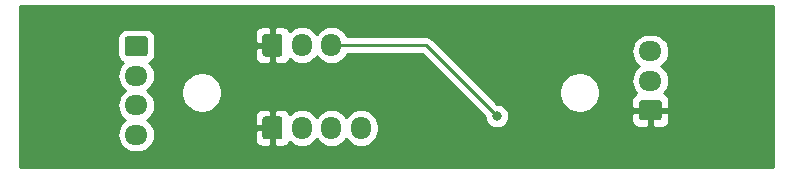
<source format=gbr>
%TF.GenerationSoftware,KiCad,Pcbnew,(5.1.6)-1*%
%TF.CreationDate,2020-08-23T19:38:50+02:00*%
%TF.ProjectId,opto-counter,6f70746f-2d63-46f7-956e-7465722e6b69,rev?*%
%TF.SameCoordinates,Original*%
%TF.FileFunction,Copper,L2,Bot*%
%TF.FilePolarity,Positive*%
%FSLAX46Y46*%
G04 Gerber Fmt 4.6, Leading zero omitted, Abs format (unit mm)*
G04 Created by KiCad (PCBNEW (5.1.6)-1) date 2020-08-23 19:38:50*
%MOMM*%
%LPD*%
G01*
G04 APERTURE LIST*
%TA.AperFunction,ComponentPad*%
%ADD10O,1.950000X1.700000*%
%TD*%
%TA.AperFunction,ComponentPad*%
%ADD11O,1.700000X1.950000*%
%TD*%
%TA.AperFunction,ViaPad*%
%ADD12C,0.800000*%
%TD*%
%TA.AperFunction,Conductor*%
%ADD13C,0.250000*%
%TD*%
%TA.AperFunction,Conductor*%
%ADD14C,0.254000*%
%TD*%
G04 APERTURE END LIST*
%TO.P,J1,1*%
%TO.N,Net-(J1-Pad1)*%
%TA.AperFunction,ComponentPad*%
G36*
G01*
X48750001Y-29225001D02*
X50200001Y-29225001D01*
G75*
G02*
X50450001Y-29475001I0J-250000D01*
G01*
X50450001Y-30675001D01*
G75*
G02*
X50200001Y-30925001I-250000J0D01*
G01*
X48750001Y-30925001D01*
G75*
G02*
X48500001Y-30675001I0J250000D01*
G01*
X48500001Y-29475001D01*
G75*
G02*
X48750001Y-29225001I250000J0D01*
G01*
G37*
%TD.AperFunction*%
D10*
%TO.P,J1,2*%
%TO.N,Net-(J1-Pad2)*%
X49475001Y-32575001D03*
%TO.P,J1,3*%
%TO.N,Net-(J1-Pad1)*%
X49475001Y-35075001D03*
%TO.P,J1,4*%
%TO.N,Net-(J1-Pad4)*%
X49475001Y-37575001D03*
%TD*%
%TO.P,J2,1*%
%TO.N,GND*%
%TA.AperFunction,ComponentPad*%
G36*
G01*
X60150000Y-37725000D02*
X60150000Y-36275000D01*
G75*
G02*
X60400000Y-36025000I250000J0D01*
G01*
X61600000Y-36025000D01*
G75*
G02*
X61850000Y-36275000I0J-250000D01*
G01*
X61850000Y-37725000D01*
G75*
G02*
X61600000Y-37975000I-250000J0D01*
G01*
X60400000Y-37975000D01*
G75*
G02*
X60150000Y-37725000I0J250000D01*
G01*
G37*
%TD.AperFunction*%
D11*
%TO.P,J2,2*%
%TO.N,+3V3*%
X63500000Y-37000000D03*
%TO.P,J2,3*%
%TO.N,SDA*%
X66000000Y-37000000D03*
%TO.P,J2,4*%
%TO.N,SCL*%
X68500000Y-37000000D03*
%TD*%
%TO.P,J3,1*%
%TO.N,GND*%
%TA.AperFunction,ComponentPad*%
G36*
G01*
X60150000Y-30725000D02*
X60150000Y-29275000D01*
G75*
G02*
X60400000Y-29025000I250000J0D01*
G01*
X61600000Y-29025000D01*
G75*
G02*
X61850000Y-29275000I0J-250000D01*
G01*
X61850000Y-30725000D01*
G75*
G02*
X61600000Y-30975000I-250000J0D01*
G01*
X60400000Y-30975000D01*
G75*
G02*
X60150000Y-30725000I0J250000D01*
G01*
G37*
%TD.AperFunction*%
%TO.P,J3,2*%
%TO.N,+3V3*%
X63500000Y-30000000D03*
%TO.P,J3,3*%
%TO.N,UPDI*%
X66000000Y-30000000D03*
%TD*%
%TO.P,J4,1*%
%TO.N,GND*%
%TA.AperFunction,ComponentPad*%
G36*
G01*
X93725000Y-36350000D02*
X92275000Y-36350000D01*
G75*
G02*
X92025000Y-36100000I0J250000D01*
G01*
X92025000Y-34900000D01*
G75*
G02*
X92275000Y-34650000I250000J0D01*
G01*
X93725000Y-34650000D01*
G75*
G02*
X93975000Y-34900000I0J-250000D01*
G01*
X93975000Y-36100000D01*
G75*
G02*
X93725000Y-36350000I-250000J0D01*
G01*
G37*
%TD.AperFunction*%
D10*
%TO.P,J4,2*%
%TO.N,+3V3*%
X93000000Y-33000000D03*
%TO.P,J4,3*%
%TO.N,Net-(J4-Pad3)*%
X93000000Y-30500000D03*
%TD*%
D12*
%TO.N,GND*%
X81500000Y-29000000D03*
%TO.N,UPDI*%
X80000000Y-36000000D03*
%TD*%
D13*
%TO.N,UPDI*%
X74000000Y-30000000D02*
X66000000Y-30000000D01*
X80000000Y-36000000D02*
X74000000Y-30000000D01*
%TD*%
D14*
%TO.N,GND*%
G36*
X103340000Y-40340000D02*
G01*
X39660000Y-40340000D01*
X39660000Y-32575001D01*
X47857816Y-32575001D01*
X47886488Y-32866112D01*
X47971402Y-33146035D01*
X48109295Y-33404015D01*
X48294867Y-33630135D01*
X48520987Y-33815707D01*
X48538375Y-33825001D01*
X48520987Y-33834295D01*
X48294867Y-34019867D01*
X48109295Y-34245987D01*
X47971402Y-34503967D01*
X47886488Y-34783890D01*
X47857816Y-35075001D01*
X47886488Y-35366112D01*
X47971402Y-35646035D01*
X48109295Y-35904015D01*
X48294867Y-36130135D01*
X48520987Y-36315707D01*
X48538375Y-36325001D01*
X48520987Y-36334295D01*
X48294867Y-36519867D01*
X48109295Y-36745987D01*
X47971402Y-37003967D01*
X47886488Y-37283890D01*
X47857816Y-37575001D01*
X47886488Y-37866112D01*
X47971402Y-38146035D01*
X48109295Y-38404015D01*
X48294867Y-38630135D01*
X48520987Y-38815707D01*
X48778967Y-38953600D01*
X49058890Y-39038514D01*
X49277051Y-39060001D01*
X49672951Y-39060001D01*
X49891112Y-39038514D01*
X50171035Y-38953600D01*
X50429015Y-38815707D01*
X50655135Y-38630135D01*
X50840707Y-38404015D01*
X50978600Y-38146035D01*
X51030483Y-37975000D01*
X59511928Y-37975000D01*
X59524188Y-38099482D01*
X59560498Y-38219180D01*
X59619463Y-38329494D01*
X59698815Y-38426185D01*
X59795506Y-38505537D01*
X59905820Y-38564502D01*
X60025518Y-38600812D01*
X60150000Y-38613072D01*
X60714250Y-38610000D01*
X60873000Y-38451250D01*
X60873000Y-37127000D01*
X59673750Y-37127000D01*
X59515000Y-37285750D01*
X59511928Y-37975000D01*
X51030483Y-37975000D01*
X51063514Y-37866112D01*
X51092186Y-37575001D01*
X51063514Y-37283890D01*
X50978600Y-37003967D01*
X50840707Y-36745987D01*
X50655135Y-36519867D01*
X50429015Y-36334295D01*
X50411627Y-36325001D01*
X50429015Y-36315707D01*
X50655135Y-36130135D01*
X50741417Y-36025000D01*
X59511928Y-36025000D01*
X59515000Y-36714250D01*
X59673750Y-36873000D01*
X60873000Y-36873000D01*
X60873000Y-35548750D01*
X61127000Y-35548750D01*
X61127000Y-36873000D01*
X61147000Y-36873000D01*
X61147000Y-37127000D01*
X61127000Y-37127000D01*
X61127000Y-38451250D01*
X61285750Y-38610000D01*
X61850000Y-38613072D01*
X61974482Y-38600812D01*
X62094180Y-38564502D01*
X62204494Y-38505537D01*
X62301185Y-38426185D01*
X62380537Y-38329494D01*
X62439502Y-38219180D01*
X62450055Y-38184392D01*
X62670987Y-38365706D01*
X62928967Y-38503599D01*
X63208890Y-38588513D01*
X63500000Y-38617185D01*
X63791111Y-38588513D01*
X64071034Y-38503599D01*
X64329014Y-38365706D01*
X64555134Y-38180134D01*
X64740706Y-37954014D01*
X64750000Y-37936626D01*
X64759294Y-37954014D01*
X64944866Y-38180134D01*
X65170987Y-38365706D01*
X65428967Y-38503599D01*
X65708890Y-38588513D01*
X66000000Y-38617185D01*
X66291111Y-38588513D01*
X66571034Y-38503599D01*
X66829014Y-38365706D01*
X67055134Y-38180134D01*
X67240706Y-37954014D01*
X67250000Y-37936626D01*
X67259294Y-37954014D01*
X67444866Y-38180134D01*
X67670987Y-38365706D01*
X67928967Y-38503599D01*
X68208890Y-38588513D01*
X68500000Y-38617185D01*
X68791111Y-38588513D01*
X69071034Y-38503599D01*
X69329014Y-38365706D01*
X69555134Y-38180134D01*
X69740706Y-37954014D01*
X69878599Y-37696033D01*
X69963513Y-37416110D01*
X69985000Y-37197949D01*
X69985000Y-36802050D01*
X69963513Y-36583889D01*
X69878599Y-36303966D01*
X69740706Y-36045986D01*
X69555134Y-35819866D01*
X69329013Y-35634294D01*
X69071033Y-35496401D01*
X68791110Y-35411487D01*
X68500000Y-35382815D01*
X68208889Y-35411487D01*
X67928966Y-35496401D01*
X67670986Y-35634294D01*
X67444866Y-35819866D01*
X67259294Y-36045987D01*
X67250000Y-36063374D01*
X67240706Y-36045986D01*
X67055134Y-35819866D01*
X66829013Y-35634294D01*
X66571033Y-35496401D01*
X66291110Y-35411487D01*
X66000000Y-35382815D01*
X65708889Y-35411487D01*
X65428966Y-35496401D01*
X65170986Y-35634294D01*
X64944866Y-35819866D01*
X64759294Y-36045987D01*
X64750000Y-36063374D01*
X64740706Y-36045986D01*
X64555134Y-35819866D01*
X64329013Y-35634294D01*
X64071033Y-35496401D01*
X63791110Y-35411487D01*
X63500000Y-35382815D01*
X63208889Y-35411487D01*
X62928966Y-35496401D01*
X62670986Y-35634294D01*
X62450055Y-35815608D01*
X62439502Y-35780820D01*
X62380537Y-35670506D01*
X62301185Y-35573815D01*
X62204494Y-35494463D01*
X62094180Y-35435498D01*
X61974482Y-35399188D01*
X61850000Y-35386928D01*
X61285750Y-35390000D01*
X61127000Y-35548750D01*
X60873000Y-35548750D01*
X60714250Y-35390000D01*
X60150000Y-35386928D01*
X60025518Y-35399188D01*
X59905820Y-35435498D01*
X59795506Y-35494463D01*
X59698815Y-35573815D01*
X59619463Y-35670506D01*
X59560498Y-35780820D01*
X59524188Y-35900518D01*
X59511928Y-36025000D01*
X50741417Y-36025000D01*
X50840707Y-35904015D01*
X50978600Y-35646035D01*
X51063514Y-35366112D01*
X51092186Y-35075001D01*
X51063514Y-34783890D01*
X50978600Y-34503967D01*
X50840707Y-34245987D01*
X50655135Y-34019867D01*
X50429015Y-33834295D01*
X50419328Y-33829117D01*
X53265000Y-33829117D01*
X53265000Y-34170883D01*
X53331675Y-34506081D01*
X53462463Y-34821831D01*
X53652337Y-35105998D01*
X53894002Y-35347663D01*
X54178169Y-35537537D01*
X54493919Y-35668325D01*
X54829117Y-35735000D01*
X55170883Y-35735000D01*
X55506081Y-35668325D01*
X55821831Y-35537537D01*
X56105998Y-35347663D01*
X56347663Y-35105998D01*
X56537537Y-34821831D01*
X56668325Y-34506081D01*
X56735000Y-34170883D01*
X56735000Y-33829117D01*
X56668325Y-33493919D01*
X56537537Y-33178169D01*
X56347663Y-32894002D01*
X56105998Y-32652337D01*
X55821831Y-32462463D01*
X55506081Y-32331675D01*
X55170883Y-32265000D01*
X54829117Y-32265000D01*
X54493919Y-32331675D01*
X54178169Y-32462463D01*
X53894002Y-32652337D01*
X53652337Y-32894002D01*
X53462463Y-33178169D01*
X53331675Y-33493919D01*
X53265000Y-33829117D01*
X50419328Y-33829117D01*
X50411627Y-33825001D01*
X50429015Y-33815707D01*
X50655135Y-33630135D01*
X50840707Y-33404015D01*
X50978600Y-33146035D01*
X51063514Y-32866112D01*
X51092186Y-32575001D01*
X51063514Y-32283890D01*
X50978600Y-32003967D01*
X50840707Y-31745987D01*
X50655135Y-31519867D01*
X50591664Y-31467778D01*
X50693387Y-31413406D01*
X50827963Y-31302963D01*
X50938406Y-31168387D01*
X51020473Y-31014851D01*
X51032561Y-30975000D01*
X59511928Y-30975000D01*
X59524188Y-31099482D01*
X59560498Y-31219180D01*
X59619463Y-31329494D01*
X59698815Y-31426185D01*
X59795506Y-31505537D01*
X59905820Y-31564502D01*
X60025518Y-31600812D01*
X60150000Y-31613072D01*
X60714250Y-31610000D01*
X60873000Y-31451250D01*
X60873000Y-30127000D01*
X59673750Y-30127000D01*
X59515000Y-30285750D01*
X59511928Y-30975000D01*
X51032561Y-30975000D01*
X51071009Y-30848255D01*
X51088073Y-30675001D01*
X51088073Y-29475001D01*
X51071009Y-29301747D01*
X51020473Y-29135151D01*
X50961596Y-29025000D01*
X59511928Y-29025000D01*
X59515000Y-29714250D01*
X59673750Y-29873000D01*
X60873000Y-29873000D01*
X60873000Y-28548750D01*
X61127000Y-28548750D01*
X61127000Y-29873000D01*
X61147000Y-29873000D01*
X61147000Y-30127000D01*
X61127000Y-30127000D01*
X61127000Y-31451250D01*
X61285750Y-31610000D01*
X61850000Y-31613072D01*
X61974482Y-31600812D01*
X62094180Y-31564502D01*
X62204494Y-31505537D01*
X62301185Y-31426185D01*
X62380537Y-31329494D01*
X62439502Y-31219180D01*
X62450055Y-31184392D01*
X62670987Y-31365706D01*
X62928967Y-31503599D01*
X63208890Y-31588513D01*
X63500000Y-31617185D01*
X63791111Y-31588513D01*
X64071034Y-31503599D01*
X64329014Y-31365706D01*
X64555134Y-31180134D01*
X64740706Y-30954014D01*
X64750000Y-30936626D01*
X64759294Y-30954014D01*
X64944866Y-31180134D01*
X65170987Y-31365706D01*
X65428967Y-31503599D01*
X65708890Y-31588513D01*
X66000000Y-31617185D01*
X66291111Y-31588513D01*
X66571034Y-31503599D01*
X66829014Y-31365706D01*
X67055134Y-31180134D01*
X67240706Y-30954014D01*
X67344408Y-30760000D01*
X73685199Y-30760000D01*
X78965000Y-36039803D01*
X78965000Y-36101939D01*
X79004774Y-36301898D01*
X79082795Y-36490256D01*
X79196063Y-36659774D01*
X79340226Y-36803937D01*
X79509744Y-36917205D01*
X79698102Y-36995226D01*
X79898061Y-37035000D01*
X80101939Y-37035000D01*
X80301898Y-36995226D01*
X80490256Y-36917205D01*
X80659774Y-36803937D01*
X80803937Y-36659774D01*
X80917205Y-36490256D01*
X80975301Y-36350000D01*
X91386928Y-36350000D01*
X91399188Y-36474482D01*
X91435498Y-36594180D01*
X91494463Y-36704494D01*
X91573815Y-36801185D01*
X91670506Y-36880537D01*
X91780820Y-36939502D01*
X91900518Y-36975812D01*
X92025000Y-36988072D01*
X92714250Y-36985000D01*
X92873000Y-36826250D01*
X92873000Y-35627000D01*
X93127000Y-35627000D01*
X93127000Y-36826250D01*
X93285750Y-36985000D01*
X93975000Y-36988072D01*
X94099482Y-36975812D01*
X94219180Y-36939502D01*
X94329494Y-36880537D01*
X94426185Y-36801185D01*
X94505537Y-36704494D01*
X94564502Y-36594180D01*
X94600812Y-36474482D01*
X94613072Y-36350000D01*
X94610000Y-35785750D01*
X94451250Y-35627000D01*
X93127000Y-35627000D01*
X92873000Y-35627000D01*
X91548750Y-35627000D01*
X91390000Y-35785750D01*
X91386928Y-36350000D01*
X80975301Y-36350000D01*
X80995226Y-36301898D01*
X81035000Y-36101939D01*
X81035000Y-35898061D01*
X80995226Y-35698102D01*
X80917205Y-35509744D01*
X80803937Y-35340226D01*
X80659774Y-35196063D01*
X80490256Y-35082795D01*
X80301898Y-35004774D01*
X80101939Y-34965000D01*
X80039803Y-34965000D01*
X78903920Y-33829117D01*
X85265000Y-33829117D01*
X85265000Y-34170883D01*
X85331675Y-34506081D01*
X85462463Y-34821831D01*
X85652337Y-35105998D01*
X85894002Y-35347663D01*
X86178169Y-35537537D01*
X86493919Y-35668325D01*
X86829117Y-35735000D01*
X87170883Y-35735000D01*
X87506081Y-35668325D01*
X87821831Y-35537537D01*
X88105998Y-35347663D01*
X88347663Y-35105998D01*
X88537537Y-34821831D01*
X88668325Y-34506081D01*
X88735000Y-34170883D01*
X88735000Y-33829117D01*
X88668325Y-33493919D01*
X88537537Y-33178169D01*
X88347663Y-32894002D01*
X88105998Y-32652337D01*
X87821831Y-32462463D01*
X87506081Y-32331675D01*
X87170883Y-32265000D01*
X86829117Y-32265000D01*
X86493919Y-32331675D01*
X86178169Y-32462463D01*
X85894002Y-32652337D01*
X85652337Y-32894002D01*
X85462463Y-33178169D01*
X85331675Y-33493919D01*
X85265000Y-33829117D01*
X78903920Y-33829117D01*
X75574802Y-30500000D01*
X91382815Y-30500000D01*
X91411487Y-30791111D01*
X91496401Y-31071034D01*
X91634294Y-31329014D01*
X91819866Y-31555134D01*
X92045986Y-31740706D01*
X92063374Y-31750000D01*
X92045986Y-31759294D01*
X91819866Y-31944866D01*
X91634294Y-32170986D01*
X91496401Y-32428966D01*
X91411487Y-32708889D01*
X91382815Y-33000000D01*
X91411487Y-33291111D01*
X91496401Y-33571034D01*
X91634294Y-33829014D01*
X91815608Y-34049945D01*
X91780820Y-34060498D01*
X91670506Y-34119463D01*
X91573815Y-34198815D01*
X91494463Y-34295506D01*
X91435498Y-34405820D01*
X91399188Y-34525518D01*
X91386928Y-34650000D01*
X91390000Y-35214250D01*
X91548750Y-35373000D01*
X92873000Y-35373000D01*
X92873000Y-35353000D01*
X93127000Y-35353000D01*
X93127000Y-35373000D01*
X94451250Y-35373000D01*
X94610000Y-35214250D01*
X94613072Y-34650000D01*
X94600812Y-34525518D01*
X94564502Y-34405820D01*
X94505537Y-34295506D01*
X94426185Y-34198815D01*
X94329494Y-34119463D01*
X94219180Y-34060498D01*
X94184392Y-34049945D01*
X94365706Y-33829014D01*
X94503599Y-33571034D01*
X94588513Y-33291111D01*
X94617185Y-33000000D01*
X94588513Y-32708889D01*
X94503599Y-32428966D01*
X94365706Y-32170986D01*
X94180134Y-31944866D01*
X93954014Y-31759294D01*
X93936626Y-31750000D01*
X93954014Y-31740706D01*
X94180134Y-31555134D01*
X94365706Y-31329014D01*
X94503599Y-31071034D01*
X94588513Y-30791111D01*
X94617185Y-30500000D01*
X94588513Y-30208889D01*
X94503599Y-29928966D01*
X94365706Y-29670986D01*
X94180134Y-29444866D01*
X93954014Y-29259294D01*
X93696034Y-29121401D01*
X93416111Y-29036487D01*
X93197950Y-29015000D01*
X92802050Y-29015000D01*
X92583889Y-29036487D01*
X92303966Y-29121401D01*
X92045986Y-29259294D01*
X91819866Y-29444866D01*
X91634294Y-29670986D01*
X91496401Y-29928966D01*
X91411487Y-30208889D01*
X91382815Y-30500000D01*
X75574802Y-30500000D01*
X74563804Y-29489003D01*
X74540001Y-29459999D01*
X74424276Y-29365026D01*
X74292247Y-29294454D01*
X74148986Y-29250997D01*
X74037333Y-29240000D01*
X74037322Y-29240000D01*
X74000000Y-29236324D01*
X73962678Y-29240000D01*
X67344409Y-29240000D01*
X67240706Y-29045986D01*
X67055134Y-28819866D01*
X66829013Y-28634294D01*
X66571033Y-28496401D01*
X66291110Y-28411487D01*
X66000000Y-28382815D01*
X65708889Y-28411487D01*
X65428966Y-28496401D01*
X65170986Y-28634294D01*
X64944866Y-28819866D01*
X64759294Y-29045987D01*
X64750000Y-29063374D01*
X64740706Y-29045986D01*
X64555134Y-28819866D01*
X64329013Y-28634294D01*
X64071033Y-28496401D01*
X63791110Y-28411487D01*
X63500000Y-28382815D01*
X63208889Y-28411487D01*
X62928966Y-28496401D01*
X62670986Y-28634294D01*
X62450055Y-28815608D01*
X62439502Y-28780820D01*
X62380537Y-28670506D01*
X62301185Y-28573815D01*
X62204494Y-28494463D01*
X62094180Y-28435498D01*
X61974482Y-28399188D01*
X61850000Y-28386928D01*
X61285750Y-28390000D01*
X61127000Y-28548750D01*
X60873000Y-28548750D01*
X60714250Y-28390000D01*
X60150000Y-28386928D01*
X60025518Y-28399188D01*
X59905820Y-28435498D01*
X59795506Y-28494463D01*
X59698815Y-28573815D01*
X59619463Y-28670506D01*
X59560498Y-28780820D01*
X59524188Y-28900518D01*
X59511928Y-29025000D01*
X50961596Y-29025000D01*
X50938406Y-28981615D01*
X50827963Y-28847039D01*
X50693387Y-28736596D01*
X50539851Y-28654529D01*
X50373255Y-28603993D01*
X50200001Y-28586929D01*
X48750001Y-28586929D01*
X48576747Y-28603993D01*
X48410151Y-28654529D01*
X48256615Y-28736596D01*
X48122039Y-28847039D01*
X48011596Y-28981615D01*
X47929529Y-29135151D01*
X47878993Y-29301747D01*
X47861929Y-29475001D01*
X47861929Y-30675001D01*
X47878993Y-30848255D01*
X47929529Y-31014851D01*
X48011596Y-31168387D01*
X48122039Y-31302963D01*
X48256615Y-31413406D01*
X48358338Y-31467778D01*
X48294867Y-31519867D01*
X48109295Y-31745987D01*
X47971402Y-32003967D01*
X47886488Y-32283890D01*
X47857816Y-32575001D01*
X39660000Y-32575001D01*
X39660000Y-26660000D01*
X103340001Y-26660000D01*
X103340000Y-40340000D01*
G37*
X103340000Y-40340000D02*
X39660000Y-40340000D01*
X39660000Y-32575001D01*
X47857816Y-32575001D01*
X47886488Y-32866112D01*
X47971402Y-33146035D01*
X48109295Y-33404015D01*
X48294867Y-33630135D01*
X48520987Y-33815707D01*
X48538375Y-33825001D01*
X48520987Y-33834295D01*
X48294867Y-34019867D01*
X48109295Y-34245987D01*
X47971402Y-34503967D01*
X47886488Y-34783890D01*
X47857816Y-35075001D01*
X47886488Y-35366112D01*
X47971402Y-35646035D01*
X48109295Y-35904015D01*
X48294867Y-36130135D01*
X48520987Y-36315707D01*
X48538375Y-36325001D01*
X48520987Y-36334295D01*
X48294867Y-36519867D01*
X48109295Y-36745987D01*
X47971402Y-37003967D01*
X47886488Y-37283890D01*
X47857816Y-37575001D01*
X47886488Y-37866112D01*
X47971402Y-38146035D01*
X48109295Y-38404015D01*
X48294867Y-38630135D01*
X48520987Y-38815707D01*
X48778967Y-38953600D01*
X49058890Y-39038514D01*
X49277051Y-39060001D01*
X49672951Y-39060001D01*
X49891112Y-39038514D01*
X50171035Y-38953600D01*
X50429015Y-38815707D01*
X50655135Y-38630135D01*
X50840707Y-38404015D01*
X50978600Y-38146035D01*
X51030483Y-37975000D01*
X59511928Y-37975000D01*
X59524188Y-38099482D01*
X59560498Y-38219180D01*
X59619463Y-38329494D01*
X59698815Y-38426185D01*
X59795506Y-38505537D01*
X59905820Y-38564502D01*
X60025518Y-38600812D01*
X60150000Y-38613072D01*
X60714250Y-38610000D01*
X60873000Y-38451250D01*
X60873000Y-37127000D01*
X59673750Y-37127000D01*
X59515000Y-37285750D01*
X59511928Y-37975000D01*
X51030483Y-37975000D01*
X51063514Y-37866112D01*
X51092186Y-37575001D01*
X51063514Y-37283890D01*
X50978600Y-37003967D01*
X50840707Y-36745987D01*
X50655135Y-36519867D01*
X50429015Y-36334295D01*
X50411627Y-36325001D01*
X50429015Y-36315707D01*
X50655135Y-36130135D01*
X50741417Y-36025000D01*
X59511928Y-36025000D01*
X59515000Y-36714250D01*
X59673750Y-36873000D01*
X60873000Y-36873000D01*
X60873000Y-35548750D01*
X61127000Y-35548750D01*
X61127000Y-36873000D01*
X61147000Y-36873000D01*
X61147000Y-37127000D01*
X61127000Y-37127000D01*
X61127000Y-38451250D01*
X61285750Y-38610000D01*
X61850000Y-38613072D01*
X61974482Y-38600812D01*
X62094180Y-38564502D01*
X62204494Y-38505537D01*
X62301185Y-38426185D01*
X62380537Y-38329494D01*
X62439502Y-38219180D01*
X62450055Y-38184392D01*
X62670987Y-38365706D01*
X62928967Y-38503599D01*
X63208890Y-38588513D01*
X63500000Y-38617185D01*
X63791111Y-38588513D01*
X64071034Y-38503599D01*
X64329014Y-38365706D01*
X64555134Y-38180134D01*
X64740706Y-37954014D01*
X64750000Y-37936626D01*
X64759294Y-37954014D01*
X64944866Y-38180134D01*
X65170987Y-38365706D01*
X65428967Y-38503599D01*
X65708890Y-38588513D01*
X66000000Y-38617185D01*
X66291111Y-38588513D01*
X66571034Y-38503599D01*
X66829014Y-38365706D01*
X67055134Y-38180134D01*
X67240706Y-37954014D01*
X67250000Y-37936626D01*
X67259294Y-37954014D01*
X67444866Y-38180134D01*
X67670987Y-38365706D01*
X67928967Y-38503599D01*
X68208890Y-38588513D01*
X68500000Y-38617185D01*
X68791111Y-38588513D01*
X69071034Y-38503599D01*
X69329014Y-38365706D01*
X69555134Y-38180134D01*
X69740706Y-37954014D01*
X69878599Y-37696033D01*
X69963513Y-37416110D01*
X69985000Y-37197949D01*
X69985000Y-36802050D01*
X69963513Y-36583889D01*
X69878599Y-36303966D01*
X69740706Y-36045986D01*
X69555134Y-35819866D01*
X69329013Y-35634294D01*
X69071033Y-35496401D01*
X68791110Y-35411487D01*
X68500000Y-35382815D01*
X68208889Y-35411487D01*
X67928966Y-35496401D01*
X67670986Y-35634294D01*
X67444866Y-35819866D01*
X67259294Y-36045987D01*
X67250000Y-36063374D01*
X67240706Y-36045986D01*
X67055134Y-35819866D01*
X66829013Y-35634294D01*
X66571033Y-35496401D01*
X66291110Y-35411487D01*
X66000000Y-35382815D01*
X65708889Y-35411487D01*
X65428966Y-35496401D01*
X65170986Y-35634294D01*
X64944866Y-35819866D01*
X64759294Y-36045987D01*
X64750000Y-36063374D01*
X64740706Y-36045986D01*
X64555134Y-35819866D01*
X64329013Y-35634294D01*
X64071033Y-35496401D01*
X63791110Y-35411487D01*
X63500000Y-35382815D01*
X63208889Y-35411487D01*
X62928966Y-35496401D01*
X62670986Y-35634294D01*
X62450055Y-35815608D01*
X62439502Y-35780820D01*
X62380537Y-35670506D01*
X62301185Y-35573815D01*
X62204494Y-35494463D01*
X62094180Y-35435498D01*
X61974482Y-35399188D01*
X61850000Y-35386928D01*
X61285750Y-35390000D01*
X61127000Y-35548750D01*
X60873000Y-35548750D01*
X60714250Y-35390000D01*
X60150000Y-35386928D01*
X60025518Y-35399188D01*
X59905820Y-35435498D01*
X59795506Y-35494463D01*
X59698815Y-35573815D01*
X59619463Y-35670506D01*
X59560498Y-35780820D01*
X59524188Y-35900518D01*
X59511928Y-36025000D01*
X50741417Y-36025000D01*
X50840707Y-35904015D01*
X50978600Y-35646035D01*
X51063514Y-35366112D01*
X51092186Y-35075001D01*
X51063514Y-34783890D01*
X50978600Y-34503967D01*
X50840707Y-34245987D01*
X50655135Y-34019867D01*
X50429015Y-33834295D01*
X50419328Y-33829117D01*
X53265000Y-33829117D01*
X53265000Y-34170883D01*
X53331675Y-34506081D01*
X53462463Y-34821831D01*
X53652337Y-35105998D01*
X53894002Y-35347663D01*
X54178169Y-35537537D01*
X54493919Y-35668325D01*
X54829117Y-35735000D01*
X55170883Y-35735000D01*
X55506081Y-35668325D01*
X55821831Y-35537537D01*
X56105998Y-35347663D01*
X56347663Y-35105998D01*
X56537537Y-34821831D01*
X56668325Y-34506081D01*
X56735000Y-34170883D01*
X56735000Y-33829117D01*
X56668325Y-33493919D01*
X56537537Y-33178169D01*
X56347663Y-32894002D01*
X56105998Y-32652337D01*
X55821831Y-32462463D01*
X55506081Y-32331675D01*
X55170883Y-32265000D01*
X54829117Y-32265000D01*
X54493919Y-32331675D01*
X54178169Y-32462463D01*
X53894002Y-32652337D01*
X53652337Y-32894002D01*
X53462463Y-33178169D01*
X53331675Y-33493919D01*
X53265000Y-33829117D01*
X50419328Y-33829117D01*
X50411627Y-33825001D01*
X50429015Y-33815707D01*
X50655135Y-33630135D01*
X50840707Y-33404015D01*
X50978600Y-33146035D01*
X51063514Y-32866112D01*
X51092186Y-32575001D01*
X51063514Y-32283890D01*
X50978600Y-32003967D01*
X50840707Y-31745987D01*
X50655135Y-31519867D01*
X50591664Y-31467778D01*
X50693387Y-31413406D01*
X50827963Y-31302963D01*
X50938406Y-31168387D01*
X51020473Y-31014851D01*
X51032561Y-30975000D01*
X59511928Y-30975000D01*
X59524188Y-31099482D01*
X59560498Y-31219180D01*
X59619463Y-31329494D01*
X59698815Y-31426185D01*
X59795506Y-31505537D01*
X59905820Y-31564502D01*
X60025518Y-31600812D01*
X60150000Y-31613072D01*
X60714250Y-31610000D01*
X60873000Y-31451250D01*
X60873000Y-30127000D01*
X59673750Y-30127000D01*
X59515000Y-30285750D01*
X59511928Y-30975000D01*
X51032561Y-30975000D01*
X51071009Y-30848255D01*
X51088073Y-30675001D01*
X51088073Y-29475001D01*
X51071009Y-29301747D01*
X51020473Y-29135151D01*
X50961596Y-29025000D01*
X59511928Y-29025000D01*
X59515000Y-29714250D01*
X59673750Y-29873000D01*
X60873000Y-29873000D01*
X60873000Y-28548750D01*
X61127000Y-28548750D01*
X61127000Y-29873000D01*
X61147000Y-29873000D01*
X61147000Y-30127000D01*
X61127000Y-30127000D01*
X61127000Y-31451250D01*
X61285750Y-31610000D01*
X61850000Y-31613072D01*
X61974482Y-31600812D01*
X62094180Y-31564502D01*
X62204494Y-31505537D01*
X62301185Y-31426185D01*
X62380537Y-31329494D01*
X62439502Y-31219180D01*
X62450055Y-31184392D01*
X62670987Y-31365706D01*
X62928967Y-31503599D01*
X63208890Y-31588513D01*
X63500000Y-31617185D01*
X63791111Y-31588513D01*
X64071034Y-31503599D01*
X64329014Y-31365706D01*
X64555134Y-31180134D01*
X64740706Y-30954014D01*
X64750000Y-30936626D01*
X64759294Y-30954014D01*
X64944866Y-31180134D01*
X65170987Y-31365706D01*
X65428967Y-31503599D01*
X65708890Y-31588513D01*
X66000000Y-31617185D01*
X66291111Y-31588513D01*
X66571034Y-31503599D01*
X66829014Y-31365706D01*
X67055134Y-31180134D01*
X67240706Y-30954014D01*
X67344408Y-30760000D01*
X73685199Y-30760000D01*
X78965000Y-36039803D01*
X78965000Y-36101939D01*
X79004774Y-36301898D01*
X79082795Y-36490256D01*
X79196063Y-36659774D01*
X79340226Y-36803937D01*
X79509744Y-36917205D01*
X79698102Y-36995226D01*
X79898061Y-37035000D01*
X80101939Y-37035000D01*
X80301898Y-36995226D01*
X80490256Y-36917205D01*
X80659774Y-36803937D01*
X80803937Y-36659774D01*
X80917205Y-36490256D01*
X80975301Y-36350000D01*
X91386928Y-36350000D01*
X91399188Y-36474482D01*
X91435498Y-36594180D01*
X91494463Y-36704494D01*
X91573815Y-36801185D01*
X91670506Y-36880537D01*
X91780820Y-36939502D01*
X91900518Y-36975812D01*
X92025000Y-36988072D01*
X92714250Y-36985000D01*
X92873000Y-36826250D01*
X92873000Y-35627000D01*
X93127000Y-35627000D01*
X93127000Y-36826250D01*
X93285750Y-36985000D01*
X93975000Y-36988072D01*
X94099482Y-36975812D01*
X94219180Y-36939502D01*
X94329494Y-36880537D01*
X94426185Y-36801185D01*
X94505537Y-36704494D01*
X94564502Y-36594180D01*
X94600812Y-36474482D01*
X94613072Y-36350000D01*
X94610000Y-35785750D01*
X94451250Y-35627000D01*
X93127000Y-35627000D01*
X92873000Y-35627000D01*
X91548750Y-35627000D01*
X91390000Y-35785750D01*
X91386928Y-36350000D01*
X80975301Y-36350000D01*
X80995226Y-36301898D01*
X81035000Y-36101939D01*
X81035000Y-35898061D01*
X80995226Y-35698102D01*
X80917205Y-35509744D01*
X80803937Y-35340226D01*
X80659774Y-35196063D01*
X80490256Y-35082795D01*
X80301898Y-35004774D01*
X80101939Y-34965000D01*
X80039803Y-34965000D01*
X78903920Y-33829117D01*
X85265000Y-33829117D01*
X85265000Y-34170883D01*
X85331675Y-34506081D01*
X85462463Y-34821831D01*
X85652337Y-35105998D01*
X85894002Y-35347663D01*
X86178169Y-35537537D01*
X86493919Y-35668325D01*
X86829117Y-35735000D01*
X87170883Y-35735000D01*
X87506081Y-35668325D01*
X87821831Y-35537537D01*
X88105998Y-35347663D01*
X88347663Y-35105998D01*
X88537537Y-34821831D01*
X88668325Y-34506081D01*
X88735000Y-34170883D01*
X88735000Y-33829117D01*
X88668325Y-33493919D01*
X88537537Y-33178169D01*
X88347663Y-32894002D01*
X88105998Y-32652337D01*
X87821831Y-32462463D01*
X87506081Y-32331675D01*
X87170883Y-32265000D01*
X86829117Y-32265000D01*
X86493919Y-32331675D01*
X86178169Y-32462463D01*
X85894002Y-32652337D01*
X85652337Y-32894002D01*
X85462463Y-33178169D01*
X85331675Y-33493919D01*
X85265000Y-33829117D01*
X78903920Y-33829117D01*
X75574802Y-30500000D01*
X91382815Y-30500000D01*
X91411487Y-30791111D01*
X91496401Y-31071034D01*
X91634294Y-31329014D01*
X91819866Y-31555134D01*
X92045986Y-31740706D01*
X92063374Y-31750000D01*
X92045986Y-31759294D01*
X91819866Y-31944866D01*
X91634294Y-32170986D01*
X91496401Y-32428966D01*
X91411487Y-32708889D01*
X91382815Y-33000000D01*
X91411487Y-33291111D01*
X91496401Y-33571034D01*
X91634294Y-33829014D01*
X91815608Y-34049945D01*
X91780820Y-34060498D01*
X91670506Y-34119463D01*
X91573815Y-34198815D01*
X91494463Y-34295506D01*
X91435498Y-34405820D01*
X91399188Y-34525518D01*
X91386928Y-34650000D01*
X91390000Y-35214250D01*
X91548750Y-35373000D01*
X92873000Y-35373000D01*
X92873000Y-35353000D01*
X93127000Y-35353000D01*
X93127000Y-35373000D01*
X94451250Y-35373000D01*
X94610000Y-35214250D01*
X94613072Y-34650000D01*
X94600812Y-34525518D01*
X94564502Y-34405820D01*
X94505537Y-34295506D01*
X94426185Y-34198815D01*
X94329494Y-34119463D01*
X94219180Y-34060498D01*
X94184392Y-34049945D01*
X94365706Y-33829014D01*
X94503599Y-33571034D01*
X94588513Y-33291111D01*
X94617185Y-33000000D01*
X94588513Y-32708889D01*
X94503599Y-32428966D01*
X94365706Y-32170986D01*
X94180134Y-31944866D01*
X93954014Y-31759294D01*
X93936626Y-31750000D01*
X93954014Y-31740706D01*
X94180134Y-31555134D01*
X94365706Y-31329014D01*
X94503599Y-31071034D01*
X94588513Y-30791111D01*
X94617185Y-30500000D01*
X94588513Y-30208889D01*
X94503599Y-29928966D01*
X94365706Y-29670986D01*
X94180134Y-29444866D01*
X93954014Y-29259294D01*
X93696034Y-29121401D01*
X93416111Y-29036487D01*
X93197950Y-29015000D01*
X92802050Y-29015000D01*
X92583889Y-29036487D01*
X92303966Y-29121401D01*
X92045986Y-29259294D01*
X91819866Y-29444866D01*
X91634294Y-29670986D01*
X91496401Y-29928966D01*
X91411487Y-30208889D01*
X91382815Y-30500000D01*
X75574802Y-30500000D01*
X74563804Y-29489003D01*
X74540001Y-29459999D01*
X74424276Y-29365026D01*
X74292247Y-29294454D01*
X74148986Y-29250997D01*
X74037333Y-29240000D01*
X74037322Y-29240000D01*
X74000000Y-29236324D01*
X73962678Y-29240000D01*
X67344409Y-29240000D01*
X67240706Y-29045986D01*
X67055134Y-28819866D01*
X66829013Y-28634294D01*
X66571033Y-28496401D01*
X66291110Y-28411487D01*
X66000000Y-28382815D01*
X65708889Y-28411487D01*
X65428966Y-28496401D01*
X65170986Y-28634294D01*
X64944866Y-28819866D01*
X64759294Y-29045987D01*
X64750000Y-29063374D01*
X64740706Y-29045986D01*
X64555134Y-28819866D01*
X64329013Y-28634294D01*
X64071033Y-28496401D01*
X63791110Y-28411487D01*
X63500000Y-28382815D01*
X63208889Y-28411487D01*
X62928966Y-28496401D01*
X62670986Y-28634294D01*
X62450055Y-28815608D01*
X62439502Y-28780820D01*
X62380537Y-28670506D01*
X62301185Y-28573815D01*
X62204494Y-28494463D01*
X62094180Y-28435498D01*
X61974482Y-28399188D01*
X61850000Y-28386928D01*
X61285750Y-28390000D01*
X61127000Y-28548750D01*
X60873000Y-28548750D01*
X60714250Y-28390000D01*
X60150000Y-28386928D01*
X60025518Y-28399188D01*
X59905820Y-28435498D01*
X59795506Y-28494463D01*
X59698815Y-28573815D01*
X59619463Y-28670506D01*
X59560498Y-28780820D01*
X59524188Y-28900518D01*
X59511928Y-29025000D01*
X50961596Y-29025000D01*
X50938406Y-28981615D01*
X50827963Y-28847039D01*
X50693387Y-28736596D01*
X50539851Y-28654529D01*
X50373255Y-28603993D01*
X50200001Y-28586929D01*
X48750001Y-28586929D01*
X48576747Y-28603993D01*
X48410151Y-28654529D01*
X48256615Y-28736596D01*
X48122039Y-28847039D01*
X48011596Y-28981615D01*
X47929529Y-29135151D01*
X47878993Y-29301747D01*
X47861929Y-29475001D01*
X47861929Y-30675001D01*
X47878993Y-30848255D01*
X47929529Y-31014851D01*
X48011596Y-31168387D01*
X48122039Y-31302963D01*
X48256615Y-31413406D01*
X48358338Y-31467778D01*
X48294867Y-31519867D01*
X48109295Y-31745987D01*
X47971402Y-32003967D01*
X47886488Y-32283890D01*
X47857816Y-32575001D01*
X39660000Y-32575001D01*
X39660000Y-26660000D01*
X103340001Y-26660000D01*
X103340000Y-40340000D01*
%TD*%
M02*

</source>
